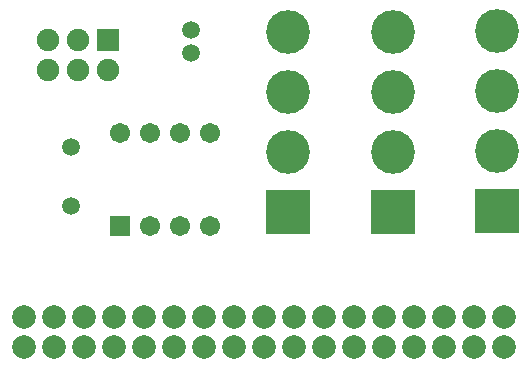
<source format=gbs>
G04 Layer_Color=16711935*
%FSLAX25Y25*%
%MOIN*%
G70*
G01*
G75*
%ADD23C,0.07887*%
%ADD24C,0.06706*%
%ADD25R,0.06706X0.06706*%
%ADD26C,0.05918*%
%ADD27C,0.07493*%
%ADD28R,0.07493X0.07493*%
%ADD29R,0.14579X0.14579*%
%ADD30C,0.14579*%
D23*
X5500Y7500D02*
D03*
Y17500D02*
D03*
X15500Y7500D02*
D03*
Y17500D02*
D03*
X25500Y7500D02*
D03*
Y17500D02*
D03*
X35500Y7500D02*
D03*
Y17500D02*
D03*
X45500Y7500D02*
D03*
Y17500D02*
D03*
X55500Y7500D02*
D03*
Y17500D02*
D03*
X65500Y7500D02*
D03*
Y17500D02*
D03*
X75500Y7500D02*
D03*
Y17500D02*
D03*
X85500Y7500D02*
D03*
Y17500D02*
D03*
X95500Y7500D02*
D03*
Y17500D02*
D03*
X105500Y7500D02*
D03*
Y17500D02*
D03*
X115500Y7500D02*
D03*
Y17500D02*
D03*
X125500Y7500D02*
D03*
Y17500D02*
D03*
X135500Y7500D02*
D03*
Y17500D02*
D03*
X145500Y7500D02*
D03*
Y17500D02*
D03*
X155500Y7500D02*
D03*
Y17500D02*
D03*
X165500Y7500D02*
D03*
Y17500D02*
D03*
D24*
X67500Y78984D02*
D03*
X57500D02*
D03*
X47500D02*
D03*
X37500D02*
D03*
X67500Y48000D02*
D03*
X57500D02*
D03*
X47500D02*
D03*
D25*
X37500D02*
D03*
D26*
X61000Y105500D02*
D03*
Y113374D02*
D03*
X21000Y54500D02*
D03*
Y74185D02*
D03*
D27*
X13500Y100000D02*
D03*
Y110000D02*
D03*
X23500Y100000D02*
D03*
Y110000D02*
D03*
X33500Y100000D02*
D03*
D28*
Y110000D02*
D03*
D29*
X162913Y53000D02*
D03*
X128413Y52500D02*
D03*
X93413D02*
D03*
D30*
X162913Y73000D02*
D03*
Y93000D02*
D03*
Y113000D02*
D03*
X128413Y72500D02*
D03*
Y92500D02*
D03*
Y112500D02*
D03*
X93413Y72500D02*
D03*
Y92500D02*
D03*
Y112500D02*
D03*
M02*

</source>
